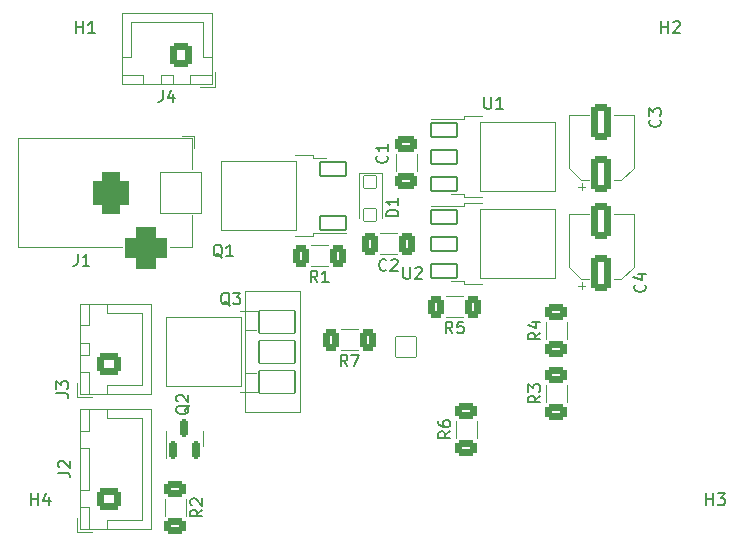
<source format=gto>
%TF.GenerationSoftware,KiCad,Pcbnew,(6.0.7)*%
%TF.CreationDate,2022-09-15T17:32:09-05:00*%
%TF.ProjectId,Simplified01,53696d70-6c69-4666-9965-6430312e6b69,rev?*%
%TF.SameCoordinates,Original*%
%TF.FileFunction,Legend,Top*%
%TF.FilePolarity,Positive*%
%FSLAX46Y46*%
G04 Gerber Fmt 4.6, Leading zero omitted, Abs format (unit mm)*
G04 Created by KiCad (PCBNEW (6.0.7)) date 2022-09-15 17:32:09*
%MOMM*%
%LPD*%
G01*
G04 APERTURE LIST*
G04 Aperture macros list*
%AMRoundRect*
0 Rectangle with rounded corners*
0 $1 Rounding radius*
0 $2 $3 $4 $5 $6 $7 $8 $9 X,Y pos of 4 corners*
0 Add a 4 corners polygon primitive as box body*
4,1,4,$2,$3,$4,$5,$6,$7,$8,$9,$2,$3,0*
0 Add four circle primitives for the rounded corners*
1,1,$1+$1,$2,$3*
1,1,$1+$1,$4,$5*
1,1,$1+$1,$6,$7*
1,1,$1+$1,$8,$9*
0 Add four rect primitives between the rounded corners*
20,1,$1+$1,$2,$3,$4,$5,0*
20,1,$1+$1,$4,$5,$6,$7,0*
20,1,$1+$1,$6,$7,$8,$9,0*
20,1,$1+$1,$8,$9,$2,$3,0*%
G04 Aperture macros list end*
%ADD10C,0.150000*%
%ADD11C,0.120000*%
%ADD12RoundRect,0.301000X0.400000X0.625000X-0.400000X0.625000X-0.400000X-0.625000X0.400000X-0.625000X0*%
%ADD13RoundRect,0.301000X0.600000X0.750000X-0.600000X0.750000X-0.600000X-0.750000X0.600000X-0.750000X0*%
%ADD14O,1.802000X2.102000*%
%ADD15RoundRect,0.051000X-1.100000X-0.600000X1.100000X-0.600000X1.100000X0.600000X-1.100000X0.600000X0*%
%ADD16RoundRect,0.051000X-3.200000X-2.900000X3.200000X-2.900000X3.200000X2.900000X-3.200000X2.900000X0*%
%ADD17C,4.502000*%
%ADD18RoundRect,0.301000X0.550000X-1.250000X0.550000X1.250000X-0.550000X1.250000X-0.550000X-1.250000X0*%
%ADD19RoundRect,0.201000X0.150000X-0.587500X0.150000X0.587500X-0.150000X0.587500X-0.150000X-0.587500X0*%
%ADD20RoundRect,0.051000X1.100000X0.600000X-1.100000X0.600000X-1.100000X-0.600000X1.100000X-0.600000X0*%
%ADD21RoundRect,0.051000X3.200000X2.900000X-3.200000X2.900000X-3.200000X-2.900000X3.200000X-2.900000X0*%
%ADD22RoundRect,0.301000X0.625000X-0.400000X0.625000X0.400000X-0.625000X0.400000X-0.625000X-0.400000X0*%
%ADD23RoundRect,0.301000X0.750000X-0.600000X0.750000X0.600000X-0.750000X0.600000X-0.750000X-0.600000X0*%
%ADD24O,2.102000X1.802000*%
%ADD25RoundRect,0.301000X-0.625000X0.400000X-0.625000X-0.400000X0.625000X-0.400000X0.625000X0.400000X0*%
%ADD26RoundRect,0.301000X0.412500X0.650000X-0.412500X0.650000X-0.412500X-0.650000X0.412500X-0.650000X0*%
%ADD27RoundRect,0.051000X-1.750000X-1.750000X1.750000X-1.750000X1.750000X1.750000X-1.750000X1.750000X0*%
%ADD28RoundRect,0.801000X-0.750000X-1.000000X0.750000X-1.000000X0.750000X1.000000X-0.750000X1.000000X0*%
%ADD29RoundRect,0.926000X-0.875000X-0.875000X0.875000X-0.875000X0.875000X0.875000X-0.875000X0.875000X0*%
%ADD30RoundRect,0.301000X0.650000X-0.412500X0.650000X0.412500X-0.650000X0.412500X-0.650000X-0.412500X0*%
%ADD31RoundRect,0.301000X0.725000X-0.600000X0.725000X0.600000X-0.725000X0.600000X-0.725000X-0.600000X0*%
%ADD32O,2.052000X1.802000*%
%ADD33RoundRect,0.051000X-0.550000X0.550000X-0.550000X-0.550000X0.550000X-0.550000X0.550000X0.550000X0*%
%ADD34RoundRect,0.051000X1.516000X-0.952500X1.516000X0.952500X-1.516000X0.952500X-1.516000X-0.952500X0*%
%ADD35RoundRect,0.051000X-0.863600X0.863600X-0.863600X-0.863600X0.863600X-0.863600X0.863600X0.863600X0*%
%ADD36O,1.829200X1.829200*%
G04 APERTURE END LIST*
D10*
X138386584Y-98818131D02*
X138053251Y-98341941D01*
X137815155Y-98818131D02*
X137815155Y-97818131D01*
X138196108Y-97818131D01*
X138291346Y-97865751D01*
X138338965Y-97913370D01*
X138386584Y-98008608D01*
X138386584Y-98151465D01*
X138338965Y-98246703D01*
X138291346Y-98294322D01*
X138196108Y-98341941D01*
X137815155Y-98341941D01*
X139291346Y-97818131D02*
X138815155Y-97818131D01*
X138767536Y-98294322D01*
X138815155Y-98246703D01*
X138910393Y-98199084D01*
X139148489Y-98199084D01*
X139243727Y-98246703D01*
X139291346Y-98294322D01*
X139338965Y-98389560D01*
X139338965Y-98627655D01*
X139291346Y-98722893D01*
X139243727Y-98770512D01*
X139148489Y-98818131D01*
X138910393Y-98818131D01*
X138815155Y-98770512D01*
X138767536Y-98722893D01*
X113855917Y-78212131D02*
X113855917Y-78926417D01*
X113808298Y-79069274D01*
X113713060Y-79164512D01*
X113570203Y-79212131D01*
X113474965Y-79212131D01*
X114760679Y-78545465D02*
X114760679Y-79212131D01*
X114522584Y-78164512D02*
X114284489Y-78878798D01*
X114903536Y-78878798D01*
X134235346Y-93204131D02*
X134235346Y-94013655D01*
X134282965Y-94108893D01*
X134330584Y-94156512D01*
X134425822Y-94204131D01*
X134616298Y-94204131D01*
X134711536Y-94156512D01*
X134759155Y-94108893D01*
X134806774Y-94013655D01*
X134806774Y-93204131D01*
X135235346Y-93299370D02*
X135282965Y-93251751D01*
X135378203Y-93204131D01*
X135616298Y-93204131D01*
X135711536Y-93251751D01*
X135759155Y-93299370D01*
X135806774Y-93394608D01*
X135806774Y-93489846D01*
X135759155Y-93632703D01*
X135187727Y-94204131D01*
X135806774Y-94204131D01*
X126956584Y-94500131D02*
X126623251Y-94023941D01*
X126385155Y-94500131D02*
X126385155Y-93500131D01*
X126766108Y-93500131D01*
X126861346Y-93547751D01*
X126908965Y-93595370D01*
X126956584Y-93690608D01*
X126956584Y-93833465D01*
X126908965Y-93928703D01*
X126861346Y-93976322D01*
X126766108Y-94023941D01*
X126385155Y-94023941D01*
X127908965Y-94500131D02*
X127337536Y-94500131D01*
X127623251Y-94500131D02*
X127623251Y-93500131D01*
X127528012Y-93642989D01*
X127432774Y-93738227D01*
X127337536Y-93785846D01*
X141093346Y-78798131D02*
X141093346Y-79607655D01*
X141140965Y-79702893D01*
X141188584Y-79750512D01*
X141283822Y-79798131D01*
X141474298Y-79798131D01*
X141569536Y-79750512D01*
X141617155Y-79702893D01*
X141664774Y-79607655D01*
X141664774Y-78798131D01*
X142664774Y-79798131D02*
X142093346Y-79798131D01*
X142379060Y-79798131D02*
X142379060Y-78798131D01*
X142283822Y-78940989D01*
X142188584Y-79036227D01*
X142093346Y-79083846D01*
X106549346Y-73376131D02*
X106549346Y-72376131D01*
X106549346Y-72852322D02*
X107120774Y-72852322D01*
X107120774Y-73376131D02*
X107120774Y-72376131D01*
X108120774Y-73376131D02*
X107549346Y-73376131D01*
X107835060Y-73376131D02*
X107835060Y-72376131D01*
X107739822Y-72518989D01*
X107644584Y-72614227D01*
X107549346Y-72661846D01*
X155928393Y-80710417D02*
X155976012Y-80758036D01*
X156023631Y-80900893D01*
X156023631Y-80996131D01*
X155976012Y-81138989D01*
X155880774Y-81234227D01*
X155785536Y-81281846D01*
X155595060Y-81329465D01*
X155452203Y-81329465D01*
X155261727Y-81281846D01*
X155166489Y-81234227D01*
X155071251Y-81138989D01*
X155023631Y-80996131D01*
X155023631Y-80900893D01*
X155071251Y-80758036D01*
X155118870Y-80710417D01*
X155023631Y-80377084D02*
X155023631Y-79758036D01*
X155404584Y-80091370D01*
X155404584Y-79948512D01*
X155452203Y-79853274D01*
X155499822Y-79805655D01*
X155595060Y-79758036D01*
X155833155Y-79758036D01*
X155928393Y-79805655D01*
X155976012Y-79853274D01*
X156023631Y-79948512D01*
X156023631Y-80234227D01*
X155976012Y-80329465D01*
X155928393Y-80377084D01*
X159889346Y-113356131D02*
X159889346Y-112356131D01*
X159889346Y-112832322D02*
X160460774Y-112832322D01*
X160460774Y-113356131D02*
X160460774Y-112356131D01*
X160841727Y-112356131D02*
X161460774Y-112356131D01*
X161127441Y-112737084D01*
X161270298Y-112737084D01*
X161365536Y-112784703D01*
X161413155Y-112832322D01*
X161460774Y-112927560D01*
X161460774Y-113165655D01*
X161413155Y-113260893D01*
X161365536Y-113308512D01*
X161270298Y-113356131D01*
X160984584Y-113356131D01*
X160889346Y-113308512D01*
X160841727Y-113260893D01*
X156079346Y-73376131D02*
X156079346Y-72376131D01*
X156079346Y-72852322D02*
X156650774Y-72852322D01*
X156650774Y-73376131D02*
X156650774Y-72376131D01*
X157079346Y-72471370D02*
X157126965Y-72423751D01*
X157222203Y-72376131D01*
X157460298Y-72376131D01*
X157555536Y-72423751D01*
X157603155Y-72471370D01*
X157650774Y-72566608D01*
X157650774Y-72661846D01*
X157603155Y-72804703D01*
X157031727Y-73376131D01*
X157650774Y-73376131D01*
X129496584Y-101612131D02*
X129163251Y-101135941D01*
X128925155Y-101612131D02*
X128925155Y-100612131D01*
X129306108Y-100612131D01*
X129401346Y-100659751D01*
X129448965Y-100707370D01*
X129496584Y-100802608D01*
X129496584Y-100945465D01*
X129448965Y-101040703D01*
X129401346Y-101088322D01*
X129306108Y-101135941D01*
X128925155Y-101135941D01*
X129829917Y-100612131D02*
X130496584Y-100612131D01*
X130068012Y-101612131D01*
X116113870Y-104895989D02*
X116066251Y-104991227D01*
X115971012Y-105086465D01*
X115828155Y-105229322D01*
X115780536Y-105324560D01*
X115780536Y-105419798D01*
X116018631Y-105372179D02*
X115971012Y-105467417D01*
X115875774Y-105562655D01*
X115685298Y-105610274D01*
X115351965Y-105610274D01*
X115161489Y-105562655D01*
X115066251Y-105467417D01*
X115018631Y-105372179D01*
X115018631Y-105181703D01*
X115066251Y-105086465D01*
X115161489Y-104991227D01*
X115351965Y-104943608D01*
X115685298Y-104943608D01*
X115875774Y-104991227D01*
X115971012Y-105086465D01*
X116018631Y-105181703D01*
X116018631Y-105372179D01*
X115113870Y-104562655D02*
X115066251Y-104515036D01*
X115018631Y-104419798D01*
X115018631Y-104181703D01*
X115066251Y-104086465D01*
X115113870Y-104038846D01*
X115209108Y-103991227D01*
X115304346Y-103991227D01*
X115447203Y-104038846D01*
X116018631Y-104610274D01*
X116018631Y-103991227D01*
X118900012Y-92394370D02*
X118804774Y-92346751D01*
X118709536Y-92251512D01*
X118566679Y-92108655D01*
X118471441Y-92061036D01*
X118376203Y-92061036D01*
X118423822Y-92299131D02*
X118328584Y-92251512D01*
X118233346Y-92156274D01*
X118185727Y-91965798D01*
X118185727Y-91632465D01*
X118233346Y-91441989D01*
X118328584Y-91346751D01*
X118423822Y-91299131D01*
X118614298Y-91299131D01*
X118709536Y-91346751D01*
X118804774Y-91441989D01*
X118852393Y-91632465D01*
X118852393Y-91965798D01*
X118804774Y-92156274D01*
X118709536Y-92251512D01*
X118614298Y-92299131D01*
X118423822Y-92299131D01*
X119804774Y-92299131D02*
X119233346Y-92299131D01*
X119519060Y-92299131D02*
X119519060Y-91299131D01*
X119423822Y-91441989D01*
X119328584Y-91537227D01*
X119233346Y-91584846D01*
X145821631Y-98744417D02*
X145345441Y-99077751D01*
X145821631Y-99315846D02*
X144821631Y-99315846D01*
X144821631Y-98934893D01*
X144869251Y-98839655D01*
X144916870Y-98792036D01*
X145012108Y-98744417D01*
X145154965Y-98744417D01*
X145250203Y-98792036D01*
X145297822Y-98839655D01*
X145345441Y-98934893D01*
X145345441Y-99315846D01*
X145154965Y-97887274D02*
X145821631Y-97887274D01*
X144774012Y-98125370D02*
X145488298Y-98363465D01*
X145488298Y-97744417D01*
X138201631Y-107100417D02*
X137725441Y-107433751D01*
X138201631Y-107671846D02*
X137201631Y-107671846D01*
X137201631Y-107290893D01*
X137249251Y-107195655D01*
X137296870Y-107148036D01*
X137392108Y-107100417D01*
X137534965Y-107100417D01*
X137630203Y-107148036D01*
X137677822Y-107195655D01*
X137725441Y-107290893D01*
X137725441Y-107671846D01*
X137201631Y-106243274D02*
X137201631Y-106433751D01*
X137249251Y-106528989D01*
X137296870Y-106576608D01*
X137439727Y-106671846D01*
X137630203Y-106719465D01*
X138011155Y-106719465D01*
X138106393Y-106671846D01*
X138154012Y-106624227D01*
X138201631Y-106528989D01*
X138201631Y-106338512D01*
X138154012Y-106243274D01*
X138106393Y-106195655D01*
X138011155Y-106148036D01*
X137773060Y-106148036D01*
X137677822Y-106195655D01*
X137630203Y-106243274D01*
X137582584Y-106338512D01*
X137582584Y-106528989D01*
X137630203Y-106624227D01*
X137677822Y-106671846D01*
X137773060Y-106719465D01*
X104858631Y-103864084D02*
X105572917Y-103864084D01*
X105715774Y-103911703D01*
X105811012Y-104006941D01*
X105858631Y-104149798D01*
X105858631Y-104245036D01*
X104858631Y-103483131D02*
X104858631Y-102864084D01*
X105239584Y-103197417D01*
X105239584Y-103054560D01*
X105287203Y-102959322D01*
X105334822Y-102911703D01*
X105430060Y-102864084D01*
X105668155Y-102864084D01*
X105763393Y-102911703D01*
X105811012Y-102959322D01*
X105858631Y-103054560D01*
X105858631Y-103340274D01*
X105811012Y-103435512D01*
X105763393Y-103483131D01*
X117203631Y-113730417D02*
X116727441Y-114063751D01*
X117203631Y-114301846D02*
X116203631Y-114301846D01*
X116203631Y-113920893D01*
X116251251Y-113825655D01*
X116298870Y-113778036D01*
X116394108Y-113730417D01*
X116536965Y-113730417D01*
X116632203Y-113778036D01*
X116679822Y-113825655D01*
X116727441Y-113920893D01*
X116727441Y-114301846D01*
X116298870Y-113349465D02*
X116251251Y-113301846D01*
X116203631Y-113206608D01*
X116203631Y-112968512D01*
X116251251Y-112873274D01*
X116298870Y-112825655D01*
X116394108Y-112778036D01*
X116489346Y-112778036D01*
X116632203Y-112825655D01*
X117203631Y-113397084D01*
X117203631Y-112778036D01*
X154658393Y-94680417D02*
X154706012Y-94728036D01*
X154753631Y-94870893D01*
X154753631Y-94966131D01*
X154706012Y-95108989D01*
X154610774Y-95204227D01*
X154515536Y-95251846D01*
X154325060Y-95299465D01*
X154182203Y-95299465D01*
X153991727Y-95251846D01*
X153896489Y-95204227D01*
X153801251Y-95108989D01*
X153753631Y-94966131D01*
X153753631Y-94870893D01*
X153801251Y-94728036D01*
X153848870Y-94680417D01*
X154086965Y-93823274D02*
X154753631Y-93823274D01*
X153706012Y-94061370D02*
X154420298Y-94299465D01*
X154420298Y-93680417D01*
X132798584Y-93418893D02*
X132750965Y-93466512D01*
X132608108Y-93514131D01*
X132512870Y-93514131D01*
X132370012Y-93466512D01*
X132274774Y-93371274D01*
X132227155Y-93276036D01*
X132179536Y-93085560D01*
X132179536Y-92942703D01*
X132227155Y-92752227D01*
X132274774Y-92656989D01*
X132370012Y-92561751D01*
X132512870Y-92514131D01*
X132608108Y-92514131D01*
X132750965Y-92561751D01*
X132798584Y-92609370D01*
X133179536Y-92609370D02*
X133227155Y-92561751D01*
X133322393Y-92514131D01*
X133560489Y-92514131D01*
X133655727Y-92561751D01*
X133703346Y-92609370D01*
X133750965Y-92704608D01*
X133750965Y-92799846D01*
X133703346Y-92942703D01*
X133131917Y-93514131D01*
X133750965Y-93514131D01*
X102739346Y-113356131D02*
X102739346Y-112356131D01*
X102739346Y-112832322D02*
X103310774Y-112832322D01*
X103310774Y-113356131D02*
X103310774Y-112356131D01*
X104215536Y-112689465D02*
X104215536Y-113356131D01*
X103977441Y-112308512D02*
X103739346Y-113022798D01*
X104358393Y-113022798D01*
X106655917Y-92096131D02*
X106655917Y-92810417D01*
X106608298Y-92953274D01*
X106513060Y-93048512D01*
X106370203Y-93096131D01*
X106274965Y-93096131D01*
X107655917Y-93096131D02*
X107084489Y-93096131D01*
X107370203Y-93096131D02*
X107370203Y-92096131D01*
X107274965Y-92238989D01*
X107179727Y-92334227D01*
X107084489Y-92381846D01*
X145821631Y-104078417D02*
X145345441Y-104411751D01*
X145821631Y-104649846D02*
X144821631Y-104649846D01*
X144821631Y-104268893D01*
X144869251Y-104173655D01*
X144916870Y-104126036D01*
X145012108Y-104078417D01*
X145154965Y-104078417D01*
X145250203Y-104126036D01*
X145297822Y-104173655D01*
X145345441Y-104268893D01*
X145345441Y-104649846D01*
X144821631Y-103745084D02*
X144821631Y-103126036D01*
X145202584Y-103459370D01*
X145202584Y-103316512D01*
X145250203Y-103221274D01*
X145297822Y-103173655D01*
X145393060Y-103126036D01*
X145631155Y-103126036D01*
X145726393Y-103173655D01*
X145774012Y-103221274D01*
X145821631Y-103316512D01*
X145821631Y-103602227D01*
X145774012Y-103697465D01*
X145726393Y-103745084D01*
X132814393Y-83758417D02*
X132862012Y-83806036D01*
X132909631Y-83948893D01*
X132909631Y-84044131D01*
X132862012Y-84186989D01*
X132766774Y-84282227D01*
X132671536Y-84329846D01*
X132481060Y-84377465D01*
X132338203Y-84377465D01*
X132147727Y-84329846D01*
X132052489Y-84282227D01*
X131957251Y-84186989D01*
X131909631Y-84044131D01*
X131909631Y-83948893D01*
X131957251Y-83806036D01*
X132004870Y-83758417D01*
X132909631Y-82806036D02*
X132909631Y-83377465D01*
X132909631Y-83091751D02*
X131909631Y-83091751D01*
X132052489Y-83186989D01*
X132147727Y-83282227D01*
X132195346Y-83377465D01*
X104985631Y-110595084D02*
X105699917Y-110595084D01*
X105842774Y-110642703D01*
X105938012Y-110737941D01*
X105985631Y-110880798D01*
X105985631Y-110976036D01*
X105080870Y-110166512D02*
X105033251Y-110118893D01*
X104985631Y-110023655D01*
X104985631Y-109785560D01*
X105033251Y-109690322D01*
X105080870Y-109642703D01*
X105176108Y-109595084D01*
X105271346Y-109595084D01*
X105414203Y-109642703D01*
X105985631Y-110214131D01*
X105985631Y-109595084D01*
X133798631Y-88901846D02*
X132798631Y-88901846D01*
X132798631Y-88663751D01*
X132846251Y-88520893D01*
X132941489Y-88425655D01*
X133036727Y-88378036D01*
X133227203Y-88330417D01*
X133370060Y-88330417D01*
X133560536Y-88378036D01*
X133655774Y-88425655D01*
X133751012Y-88520893D01*
X133798631Y-88663751D01*
X133798631Y-88901846D01*
X133798631Y-87378036D02*
X133798631Y-87949465D01*
X133798631Y-87663751D02*
X132798631Y-87663751D01*
X132941489Y-87758989D01*
X133036727Y-87854227D01*
X133084346Y-87949465D01*
X119535012Y-96458370D02*
X119439774Y-96410751D01*
X119344536Y-96315512D01*
X119201679Y-96172655D01*
X119106441Y-96125036D01*
X119011203Y-96125036D01*
X119058822Y-96363131D02*
X118963584Y-96315512D01*
X118868346Y-96220274D01*
X118820727Y-96029798D01*
X118820727Y-95696465D01*
X118868346Y-95505989D01*
X118963584Y-95410751D01*
X119058822Y-95363131D01*
X119249298Y-95363131D01*
X119344536Y-95410751D01*
X119439774Y-95505989D01*
X119487393Y-95696465D01*
X119487393Y-96029798D01*
X119439774Y-96220274D01*
X119344536Y-96315512D01*
X119249298Y-96363131D01*
X119058822Y-96363131D01*
X119820727Y-95363131D02*
X120439774Y-95363131D01*
X120106441Y-95744084D01*
X120249298Y-95744084D01*
X120344536Y-95791703D01*
X120392155Y-95839322D01*
X120439774Y-95934560D01*
X120439774Y-96172655D01*
X120392155Y-96267893D01*
X120344536Y-96315512D01*
X120249298Y-96363131D01*
X119963584Y-96363131D01*
X119868346Y-96315512D01*
X119820727Y-96267893D01*
D11*
X139280315Y-95635751D02*
X137826187Y-95635751D01*
X139280315Y-97455751D02*
X137826187Y-97455751D01*
X117989251Y-77659751D02*
X117989251Y-76909751D01*
X110389251Y-75409751D02*
X111139251Y-75409751D01*
X118289251Y-77959751D02*
X118289251Y-76709751D01*
X113689251Y-77659751D02*
X114689251Y-77659751D01*
X112189251Y-76909751D02*
X110389251Y-76909751D01*
X117999251Y-71699751D02*
X110379251Y-71699751D01*
X111139251Y-75409751D02*
X111139251Y-72459751D01*
X116189251Y-77659751D02*
X117989251Y-77659751D01*
X113689251Y-76909751D02*
X113689251Y-77659751D01*
X117999251Y-77669751D02*
X117999251Y-71699751D01*
X110389251Y-76909751D02*
X110389251Y-77659751D01*
X110379251Y-71699751D02*
X110379251Y-77669751D01*
X117989251Y-75409751D02*
X117239251Y-75409751D01*
X117039251Y-77959751D02*
X118289251Y-77959751D01*
X117989251Y-76909751D02*
X116189251Y-76909751D01*
X112189251Y-77659751D02*
X112189251Y-76909751D01*
X110379251Y-77669751D02*
X117999251Y-77669751D01*
X111139251Y-72459751D02*
X114189251Y-72459751D01*
X114689251Y-77659751D02*
X114689251Y-76909751D01*
X114689251Y-76909751D02*
X113689251Y-76909751D01*
X117239251Y-75409751D02*
X117239251Y-72459751D01*
X116189251Y-76909751D02*
X116189251Y-77659751D01*
X117239251Y-72459751D02*
X114189251Y-72459751D01*
X110389251Y-77659751D02*
X112189251Y-77659751D01*
X139385251Y-87761751D02*
X139385251Y-88031751D01*
X140885251Y-94661751D02*
X139385251Y-94661751D01*
X139385251Y-88031751D02*
X136555251Y-88031751D01*
X139385251Y-94391751D02*
X138285251Y-94391751D01*
X140885251Y-87761751D02*
X139385251Y-87761751D01*
X139385251Y-94661751D02*
X139385251Y-94391751D01*
X127850315Y-91317751D02*
X126396187Y-91317751D01*
X127850315Y-93137751D02*
X126396187Y-93137751D01*
X139385251Y-87295751D02*
X139385251Y-87025751D01*
X139385251Y-80665751D02*
X136555251Y-80665751D01*
X139385251Y-87025751D02*
X138285251Y-87025751D01*
X139385251Y-80395751D02*
X139385251Y-80665751D01*
X140885251Y-80395751D02*
X139385251Y-80395751D01*
X140885251Y-87295751D02*
X139385251Y-87295751D01*
X152694814Y-85843751D02*
X153759251Y-84779314D01*
X149303688Y-85843751D02*
X149939251Y-85843751D01*
X149314251Y-86708751D02*
X149314251Y-86083751D01*
X152694814Y-85843751D02*
X152059251Y-85843751D01*
X148239251Y-80323751D02*
X149939251Y-80323751D01*
X149001751Y-86396251D02*
X149626751Y-86396251D01*
X153759251Y-84779314D02*
X153759251Y-80323751D01*
X153759251Y-80323751D02*
X152059251Y-80323751D01*
X149303688Y-85843751D02*
X148239251Y-84779314D01*
X148239251Y-84779314D02*
X148239251Y-80323751D01*
X130390315Y-100249751D02*
X128936187Y-100249751D01*
X130390315Y-98429751D02*
X128936187Y-98429751D01*
X114133251Y-107721751D02*
X114133251Y-109396751D01*
X117253251Y-107721751D02*
X117253251Y-108371751D01*
X117253251Y-107721751D02*
X117253251Y-107071751D01*
X114133251Y-107721751D02*
X114133251Y-107071751D01*
X125045251Y-83697751D02*
X126545251Y-83697751D01*
X125045251Y-90597751D02*
X126545251Y-90597751D01*
X126545251Y-83967751D02*
X127645251Y-83967751D01*
X126545251Y-83697751D02*
X126545251Y-83967751D01*
X126545251Y-90327751D02*
X129375251Y-90327751D01*
X126545251Y-90597751D02*
X126545251Y-90327751D01*
X146279251Y-99304815D02*
X146279251Y-97850687D01*
X148099251Y-99304815D02*
X148099251Y-97850687D01*
X140479251Y-107660815D02*
X140479251Y-106206687D01*
X138659251Y-107660815D02*
X138659251Y-106206687D01*
X106893251Y-99621751D02*
X106893251Y-100621751D01*
X109143251Y-103921751D02*
X109143251Y-103171751D01*
X106893251Y-100621751D02*
X107643251Y-100621751D01*
X106893251Y-98121751D02*
X107643251Y-98121751D01*
X106893251Y-96321751D02*
X106893251Y-98121751D01*
X107643251Y-96321751D02*
X106893251Y-96321751D01*
X112093251Y-103171751D02*
X112093251Y-100121751D01*
X107643251Y-103921751D02*
X107643251Y-102121751D01*
X106883251Y-103931751D02*
X112853251Y-103931751D01*
X106893251Y-103921751D02*
X107643251Y-103921751D01*
X109143251Y-97071751D02*
X112093251Y-97071751D01*
X107643251Y-98121751D02*
X107643251Y-96321751D01*
X106593251Y-102971751D02*
X106593251Y-104221751D01*
X112853251Y-103931751D02*
X112853251Y-96311751D01*
X112853251Y-96311751D02*
X106883251Y-96311751D01*
X107643251Y-99621751D02*
X106893251Y-99621751D01*
X107643251Y-102121751D02*
X106893251Y-102121751D01*
X109143251Y-103171751D02*
X112093251Y-103171751D01*
X106893251Y-102121751D02*
X106893251Y-103921751D01*
X106593251Y-104221751D02*
X107843251Y-104221751D01*
X112093251Y-97071751D02*
X112093251Y-100121751D01*
X107643251Y-100621751D02*
X107643251Y-99621751D01*
X106883251Y-96311751D02*
X106883251Y-103931751D01*
X109143251Y-96321751D02*
X109143251Y-97071751D01*
X114021251Y-112836687D02*
X114021251Y-114290815D01*
X115841251Y-112836687D02*
X115841251Y-114290815D01*
X153759251Y-88705751D02*
X152059251Y-88705751D01*
X148239251Y-93161314D02*
X148239251Y-88705751D01*
X152694814Y-94225751D02*
X152059251Y-94225751D01*
X149303688Y-94225751D02*
X148239251Y-93161314D01*
X149001751Y-94778251D02*
X149626751Y-94778251D01*
X153759251Y-93161314D02*
X153759251Y-88705751D01*
X149314251Y-95090751D02*
X149314251Y-94465751D01*
X152694814Y-94225751D02*
X153759251Y-93161314D01*
X149303688Y-94225751D02*
X149939251Y-94225751D01*
X148239251Y-88705751D02*
X149939251Y-88705751D01*
X133676503Y-92121751D02*
X132253999Y-92121751D01*
X133676503Y-90301751D02*
X132253999Y-90301751D01*
X101639251Y-82293751D02*
X116339251Y-82293751D01*
X116339251Y-88793751D02*
X116339251Y-91493751D01*
X110439251Y-91493751D02*
X101639251Y-91493751D01*
X116339251Y-82293751D02*
X116339251Y-84893751D01*
X116539251Y-83143751D02*
X116539251Y-82093751D01*
X116339251Y-91493751D02*
X114439251Y-91493751D01*
X101639251Y-91493751D02*
X101639251Y-82293751D01*
X115489251Y-82093751D02*
X116539251Y-82093751D01*
X146279251Y-104638815D02*
X146279251Y-103184687D01*
X148099251Y-104638815D02*
X148099251Y-103184687D01*
X135399251Y-85065003D02*
X135399251Y-83642499D01*
X133579251Y-85065003D02*
X133579251Y-83642499D01*
X106893251Y-108551751D02*
X106893251Y-112051751D01*
X107643251Y-107051751D02*
X107643251Y-105251751D01*
X106893251Y-105251751D02*
X106893251Y-107051751D01*
X107643251Y-112051751D02*
X107643251Y-108551751D01*
X106893251Y-107051751D02*
X107643251Y-107051751D01*
X106593251Y-114401751D02*
X106593251Y-115651751D01*
X107643251Y-108551751D02*
X106893251Y-108551751D01*
X106883251Y-115361751D02*
X112853251Y-115361751D01*
X109143251Y-106001751D02*
X112093251Y-106001751D01*
X109143251Y-105251751D02*
X109143251Y-106001751D01*
X112093251Y-106001751D02*
X112093251Y-110301751D01*
X106893251Y-113551751D02*
X106893251Y-115351751D01*
X112853251Y-105241751D02*
X106883251Y-105241751D01*
X109143251Y-114601751D02*
X112093251Y-114601751D01*
X112093251Y-114601751D02*
X112093251Y-110301751D01*
X106893251Y-115351751D02*
X107643251Y-115351751D01*
X106893251Y-112051751D02*
X107643251Y-112051751D01*
X107643251Y-113551751D02*
X106893251Y-113551751D01*
X107643251Y-105251751D02*
X106893251Y-105251751D01*
X112853251Y-115361751D02*
X112853251Y-105241751D01*
X106593251Y-115651751D02*
X107843251Y-115651751D01*
X109143251Y-115351751D02*
X109143251Y-114601751D01*
X106883251Y-105241751D02*
X106883251Y-115361751D01*
X107643251Y-115351751D02*
X107643251Y-113551751D01*
X132441251Y-85201751D02*
X130441251Y-85201751D01*
X130441251Y-85201751D02*
X130441251Y-89051751D01*
X132441251Y-85201751D02*
X132441251Y-89051751D01*
X121935251Y-96905751D02*
X121935251Y-97175751D01*
X121935251Y-97175751D02*
X121935251Y-97175751D01*
X120805251Y-98504751D02*
X121789251Y-98504751D01*
X120805251Y-105475751D02*
X125446251Y-105475751D01*
X121935251Y-103805751D02*
X121935251Y-103535751D01*
X120435251Y-103805751D02*
X121935251Y-103805751D01*
X121935251Y-103535751D02*
X121935251Y-103535751D01*
X120805251Y-102205751D02*
X121789251Y-102205751D01*
X120805251Y-105475751D02*
X120805251Y-95235751D01*
X120805251Y-95235751D02*
X125446251Y-95235751D01*
X120435251Y-96905751D02*
X121935251Y-96905751D01*
X125446251Y-105475751D02*
X125446251Y-95235751D01*
%LPC*%
D12*
X140103251Y-96545751D03*
X137003251Y-96545751D03*
D13*
X115439251Y-75209751D03*
D14*
X112939251Y-75209751D03*
D15*
X137655251Y-88931751D03*
D16*
X143955251Y-91211751D03*
D15*
X137655251Y-91211751D03*
X137655251Y-93491751D03*
D12*
X128673251Y-92227751D03*
X125573251Y-92227751D03*
D15*
X137655251Y-81565751D03*
X137655251Y-83845751D03*
D16*
X143955251Y-83845751D03*
D15*
X137655251Y-86125751D03*
D17*
X103501251Y-74193751D03*
D18*
X150999251Y-85283751D03*
X150999251Y-80883751D03*
D17*
X160651251Y-116103751D03*
X160651251Y-74193751D03*
D12*
X131213251Y-99339751D03*
X128113251Y-99339751D03*
D19*
X114743251Y-108659251D03*
X116643251Y-108659251D03*
X115693251Y-106784251D03*
D20*
X128275251Y-89427751D03*
D21*
X121975251Y-87147751D03*
D20*
X128275251Y-84867751D03*
D22*
X147189251Y-100127751D03*
X147189251Y-97027751D03*
X139569251Y-108483751D03*
X139569251Y-105383751D03*
D23*
X109343251Y-101371751D03*
D24*
X109343251Y-98871751D03*
D25*
X114931251Y-112013751D03*
X114931251Y-115113751D03*
D18*
X150999251Y-93665751D03*
X150999251Y-89265751D03*
D26*
X134527751Y-91211751D03*
X131402751Y-91211751D03*
D17*
X103501251Y-116103751D03*
D27*
X115439251Y-86893751D03*
D28*
X109439251Y-86893751D03*
D29*
X112439251Y-91593751D03*
D22*
X147189251Y-105461751D03*
X147189251Y-102361751D03*
D30*
X134489251Y-85916251D03*
X134489251Y-82791251D03*
D31*
X109343251Y-112801751D03*
D32*
X109343251Y-110301751D03*
X109343251Y-107801751D03*
D33*
X131441251Y-86001751D03*
X131441251Y-88801751D03*
D34*
X123559251Y-102895751D03*
D21*
X117365251Y-100355751D03*
D34*
X123559251Y-100355751D03*
X123559251Y-97815751D03*
D35*
X134489251Y-99974751D03*
D36*
X134489251Y-102514751D03*
X137029251Y-99974751D03*
X137029251Y-102514751D03*
X139569251Y-99974751D03*
X139569251Y-102514751D03*
X142109251Y-99974751D03*
X142109251Y-102514751D03*
M02*

</source>
